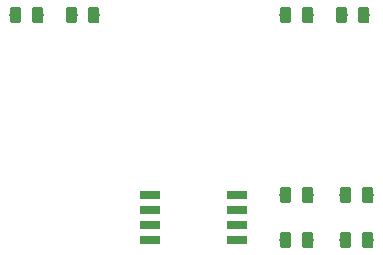
<source format=gbr>
G04 #@! TF.GenerationSoftware,KiCad,Pcbnew,(5.0.1-3-g963ef8bb5)*
G04 #@! TF.CreationDate,2019-02-13T22:27:56+01:00*
G04 #@! TF.ProjectId,main,6D61696E2E6B696361645F7063620000,rev?*
G04 #@! TF.SameCoordinates,Original*
G04 #@! TF.FileFunction,Paste,Top*
G04 #@! TF.FilePolarity,Positive*
%FSLAX46Y46*%
G04 Gerber Fmt 4.6, Leading zero omitted, Abs format (unit mm)*
G04 Created by KiCad (PCBNEW (5.0.1-3-g963ef8bb5)) date 2019 February 13, Wednesday 22:27:56*
%MOMM*%
%LPD*%
G01*
G04 APERTURE LIST*
%ADD10C,0.100000*%
%ADD11C,0.975000*%
%ADD12R,1.700000X0.650000*%
G04 APERTURE END LIST*
D10*
G04 #@! TO.C,D1*
G36*
X79612642Y-94551174D02*
X79636303Y-94554684D01*
X79659507Y-94560496D01*
X79682029Y-94568554D01*
X79703653Y-94578782D01*
X79724170Y-94591079D01*
X79743383Y-94605329D01*
X79761107Y-94621393D01*
X79777171Y-94639117D01*
X79791421Y-94658330D01*
X79803718Y-94678847D01*
X79813946Y-94700471D01*
X79822004Y-94722993D01*
X79827816Y-94746197D01*
X79831326Y-94769858D01*
X79832500Y-94793750D01*
X79832500Y-95706250D01*
X79831326Y-95730142D01*
X79827816Y-95753803D01*
X79822004Y-95777007D01*
X79813946Y-95799529D01*
X79803718Y-95821153D01*
X79791421Y-95841670D01*
X79777171Y-95860883D01*
X79761107Y-95878607D01*
X79743383Y-95894671D01*
X79724170Y-95908921D01*
X79703653Y-95921218D01*
X79682029Y-95931446D01*
X79659507Y-95939504D01*
X79636303Y-95945316D01*
X79612642Y-95948826D01*
X79588750Y-95950000D01*
X79101250Y-95950000D01*
X79077358Y-95948826D01*
X79053697Y-95945316D01*
X79030493Y-95939504D01*
X79007971Y-95931446D01*
X78986347Y-95921218D01*
X78965830Y-95908921D01*
X78946617Y-95894671D01*
X78928893Y-95878607D01*
X78912829Y-95860883D01*
X78898579Y-95841670D01*
X78886282Y-95821153D01*
X78876054Y-95799529D01*
X78867996Y-95777007D01*
X78862184Y-95753803D01*
X78858674Y-95730142D01*
X78857500Y-95706250D01*
X78857500Y-94793750D01*
X78858674Y-94769858D01*
X78862184Y-94746197D01*
X78867996Y-94722993D01*
X78876054Y-94700471D01*
X78886282Y-94678847D01*
X78898579Y-94658330D01*
X78912829Y-94639117D01*
X78928893Y-94621393D01*
X78946617Y-94605329D01*
X78965830Y-94591079D01*
X78986347Y-94578782D01*
X79007971Y-94568554D01*
X79030493Y-94560496D01*
X79053697Y-94554684D01*
X79077358Y-94551174D01*
X79101250Y-94550000D01*
X79588750Y-94550000D01*
X79612642Y-94551174D01*
X79612642Y-94551174D01*
G37*
D11*
X79345000Y-95250000D03*
D10*
G36*
X77737642Y-94551174D02*
X77761303Y-94554684D01*
X77784507Y-94560496D01*
X77807029Y-94568554D01*
X77828653Y-94578782D01*
X77849170Y-94591079D01*
X77868383Y-94605329D01*
X77886107Y-94621393D01*
X77902171Y-94639117D01*
X77916421Y-94658330D01*
X77928718Y-94678847D01*
X77938946Y-94700471D01*
X77947004Y-94722993D01*
X77952816Y-94746197D01*
X77956326Y-94769858D01*
X77957500Y-94793750D01*
X77957500Y-95706250D01*
X77956326Y-95730142D01*
X77952816Y-95753803D01*
X77947004Y-95777007D01*
X77938946Y-95799529D01*
X77928718Y-95821153D01*
X77916421Y-95841670D01*
X77902171Y-95860883D01*
X77886107Y-95878607D01*
X77868383Y-95894671D01*
X77849170Y-95908921D01*
X77828653Y-95921218D01*
X77807029Y-95931446D01*
X77784507Y-95939504D01*
X77761303Y-95945316D01*
X77737642Y-95948826D01*
X77713750Y-95950000D01*
X77226250Y-95950000D01*
X77202358Y-95948826D01*
X77178697Y-95945316D01*
X77155493Y-95939504D01*
X77132971Y-95931446D01*
X77111347Y-95921218D01*
X77090830Y-95908921D01*
X77071617Y-95894671D01*
X77053893Y-95878607D01*
X77037829Y-95860883D01*
X77023579Y-95841670D01*
X77011282Y-95821153D01*
X77001054Y-95799529D01*
X76992996Y-95777007D01*
X76987184Y-95753803D01*
X76983674Y-95730142D01*
X76982500Y-95706250D01*
X76982500Y-94793750D01*
X76983674Y-94769858D01*
X76987184Y-94746197D01*
X76992996Y-94722993D01*
X77001054Y-94700471D01*
X77011282Y-94678847D01*
X77023579Y-94658330D01*
X77037829Y-94639117D01*
X77053893Y-94621393D01*
X77071617Y-94605329D01*
X77090830Y-94591079D01*
X77111347Y-94578782D01*
X77132971Y-94568554D01*
X77155493Y-94560496D01*
X77178697Y-94554684D01*
X77202358Y-94551174D01*
X77226250Y-94550000D01*
X77713750Y-94550000D01*
X77737642Y-94551174D01*
X77737642Y-94551174D01*
G37*
D11*
X77470000Y-95250000D03*
G04 #@! TD*
D10*
G04 #@! TO.C,D2*
G36*
X95850142Y-94551174D02*
X95873803Y-94554684D01*
X95897007Y-94560496D01*
X95919529Y-94568554D01*
X95941153Y-94578782D01*
X95961670Y-94591079D01*
X95980883Y-94605329D01*
X95998607Y-94621393D01*
X96014671Y-94639117D01*
X96028921Y-94658330D01*
X96041218Y-94678847D01*
X96051446Y-94700471D01*
X96059504Y-94722993D01*
X96065316Y-94746197D01*
X96068826Y-94769858D01*
X96070000Y-94793750D01*
X96070000Y-95706250D01*
X96068826Y-95730142D01*
X96065316Y-95753803D01*
X96059504Y-95777007D01*
X96051446Y-95799529D01*
X96041218Y-95821153D01*
X96028921Y-95841670D01*
X96014671Y-95860883D01*
X95998607Y-95878607D01*
X95980883Y-95894671D01*
X95961670Y-95908921D01*
X95941153Y-95921218D01*
X95919529Y-95931446D01*
X95897007Y-95939504D01*
X95873803Y-95945316D01*
X95850142Y-95948826D01*
X95826250Y-95950000D01*
X95338750Y-95950000D01*
X95314858Y-95948826D01*
X95291197Y-95945316D01*
X95267993Y-95939504D01*
X95245471Y-95931446D01*
X95223847Y-95921218D01*
X95203330Y-95908921D01*
X95184117Y-95894671D01*
X95166393Y-95878607D01*
X95150329Y-95860883D01*
X95136079Y-95841670D01*
X95123782Y-95821153D01*
X95113554Y-95799529D01*
X95105496Y-95777007D01*
X95099684Y-95753803D01*
X95096174Y-95730142D01*
X95095000Y-95706250D01*
X95095000Y-94793750D01*
X95096174Y-94769858D01*
X95099684Y-94746197D01*
X95105496Y-94722993D01*
X95113554Y-94700471D01*
X95123782Y-94678847D01*
X95136079Y-94658330D01*
X95150329Y-94639117D01*
X95166393Y-94621393D01*
X95184117Y-94605329D01*
X95203330Y-94591079D01*
X95223847Y-94578782D01*
X95245471Y-94568554D01*
X95267993Y-94560496D01*
X95291197Y-94554684D01*
X95314858Y-94551174D01*
X95338750Y-94550000D01*
X95826250Y-94550000D01*
X95850142Y-94551174D01*
X95850142Y-94551174D01*
G37*
D11*
X95582500Y-95250000D03*
D10*
G36*
X97725142Y-94551174D02*
X97748803Y-94554684D01*
X97772007Y-94560496D01*
X97794529Y-94568554D01*
X97816153Y-94578782D01*
X97836670Y-94591079D01*
X97855883Y-94605329D01*
X97873607Y-94621393D01*
X97889671Y-94639117D01*
X97903921Y-94658330D01*
X97916218Y-94678847D01*
X97926446Y-94700471D01*
X97934504Y-94722993D01*
X97940316Y-94746197D01*
X97943826Y-94769858D01*
X97945000Y-94793750D01*
X97945000Y-95706250D01*
X97943826Y-95730142D01*
X97940316Y-95753803D01*
X97934504Y-95777007D01*
X97926446Y-95799529D01*
X97916218Y-95821153D01*
X97903921Y-95841670D01*
X97889671Y-95860883D01*
X97873607Y-95878607D01*
X97855883Y-95894671D01*
X97836670Y-95908921D01*
X97816153Y-95921218D01*
X97794529Y-95931446D01*
X97772007Y-95939504D01*
X97748803Y-95945316D01*
X97725142Y-95948826D01*
X97701250Y-95950000D01*
X97213750Y-95950000D01*
X97189858Y-95948826D01*
X97166197Y-95945316D01*
X97142993Y-95939504D01*
X97120471Y-95931446D01*
X97098847Y-95921218D01*
X97078330Y-95908921D01*
X97059117Y-95894671D01*
X97041393Y-95878607D01*
X97025329Y-95860883D01*
X97011079Y-95841670D01*
X96998782Y-95821153D01*
X96988554Y-95799529D01*
X96980496Y-95777007D01*
X96974684Y-95753803D01*
X96971174Y-95730142D01*
X96970000Y-95706250D01*
X96970000Y-94793750D01*
X96971174Y-94769858D01*
X96974684Y-94746197D01*
X96980496Y-94722993D01*
X96988554Y-94700471D01*
X96998782Y-94678847D01*
X97011079Y-94658330D01*
X97025329Y-94639117D01*
X97041393Y-94621393D01*
X97059117Y-94605329D01*
X97078330Y-94591079D01*
X97098847Y-94578782D01*
X97120471Y-94568554D01*
X97142993Y-94560496D01*
X97166197Y-94554684D01*
X97189858Y-94551174D01*
X97213750Y-94550000D01*
X97701250Y-94550000D01*
X97725142Y-94551174D01*
X97725142Y-94551174D01*
G37*
D11*
X97457500Y-95250000D03*
G04 #@! TD*
D10*
G04 #@! TO.C,D3*
G36*
X100930142Y-113601174D02*
X100953803Y-113604684D01*
X100977007Y-113610496D01*
X100999529Y-113618554D01*
X101021153Y-113628782D01*
X101041670Y-113641079D01*
X101060883Y-113655329D01*
X101078607Y-113671393D01*
X101094671Y-113689117D01*
X101108921Y-113708330D01*
X101121218Y-113728847D01*
X101131446Y-113750471D01*
X101139504Y-113772993D01*
X101145316Y-113796197D01*
X101148826Y-113819858D01*
X101150000Y-113843750D01*
X101150000Y-114756250D01*
X101148826Y-114780142D01*
X101145316Y-114803803D01*
X101139504Y-114827007D01*
X101131446Y-114849529D01*
X101121218Y-114871153D01*
X101108921Y-114891670D01*
X101094671Y-114910883D01*
X101078607Y-114928607D01*
X101060883Y-114944671D01*
X101041670Y-114958921D01*
X101021153Y-114971218D01*
X100999529Y-114981446D01*
X100977007Y-114989504D01*
X100953803Y-114995316D01*
X100930142Y-114998826D01*
X100906250Y-115000000D01*
X100418750Y-115000000D01*
X100394858Y-114998826D01*
X100371197Y-114995316D01*
X100347993Y-114989504D01*
X100325471Y-114981446D01*
X100303847Y-114971218D01*
X100283330Y-114958921D01*
X100264117Y-114944671D01*
X100246393Y-114928607D01*
X100230329Y-114910883D01*
X100216079Y-114891670D01*
X100203782Y-114871153D01*
X100193554Y-114849529D01*
X100185496Y-114827007D01*
X100179684Y-114803803D01*
X100176174Y-114780142D01*
X100175000Y-114756250D01*
X100175000Y-113843750D01*
X100176174Y-113819858D01*
X100179684Y-113796197D01*
X100185496Y-113772993D01*
X100193554Y-113750471D01*
X100203782Y-113728847D01*
X100216079Y-113708330D01*
X100230329Y-113689117D01*
X100246393Y-113671393D01*
X100264117Y-113655329D01*
X100283330Y-113641079D01*
X100303847Y-113628782D01*
X100325471Y-113618554D01*
X100347993Y-113610496D01*
X100371197Y-113604684D01*
X100394858Y-113601174D01*
X100418750Y-113600000D01*
X100906250Y-113600000D01*
X100930142Y-113601174D01*
X100930142Y-113601174D01*
G37*
D11*
X100662500Y-114300000D03*
D10*
G36*
X102805142Y-113601174D02*
X102828803Y-113604684D01*
X102852007Y-113610496D01*
X102874529Y-113618554D01*
X102896153Y-113628782D01*
X102916670Y-113641079D01*
X102935883Y-113655329D01*
X102953607Y-113671393D01*
X102969671Y-113689117D01*
X102983921Y-113708330D01*
X102996218Y-113728847D01*
X103006446Y-113750471D01*
X103014504Y-113772993D01*
X103020316Y-113796197D01*
X103023826Y-113819858D01*
X103025000Y-113843750D01*
X103025000Y-114756250D01*
X103023826Y-114780142D01*
X103020316Y-114803803D01*
X103014504Y-114827007D01*
X103006446Y-114849529D01*
X102996218Y-114871153D01*
X102983921Y-114891670D01*
X102969671Y-114910883D01*
X102953607Y-114928607D01*
X102935883Y-114944671D01*
X102916670Y-114958921D01*
X102896153Y-114971218D01*
X102874529Y-114981446D01*
X102852007Y-114989504D01*
X102828803Y-114995316D01*
X102805142Y-114998826D01*
X102781250Y-115000000D01*
X102293750Y-115000000D01*
X102269858Y-114998826D01*
X102246197Y-114995316D01*
X102222993Y-114989504D01*
X102200471Y-114981446D01*
X102178847Y-114971218D01*
X102158330Y-114958921D01*
X102139117Y-114944671D01*
X102121393Y-114928607D01*
X102105329Y-114910883D01*
X102091079Y-114891670D01*
X102078782Y-114871153D01*
X102068554Y-114849529D01*
X102060496Y-114827007D01*
X102054684Y-114803803D01*
X102051174Y-114780142D01*
X102050000Y-114756250D01*
X102050000Y-113843750D01*
X102051174Y-113819858D01*
X102054684Y-113796197D01*
X102060496Y-113772993D01*
X102068554Y-113750471D01*
X102078782Y-113728847D01*
X102091079Y-113708330D01*
X102105329Y-113689117D01*
X102121393Y-113671393D01*
X102139117Y-113655329D01*
X102158330Y-113641079D01*
X102178847Y-113628782D01*
X102200471Y-113618554D01*
X102222993Y-113610496D01*
X102246197Y-113604684D01*
X102269858Y-113601174D01*
X102293750Y-113600000D01*
X102781250Y-113600000D01*
X102805142Y-113601174D01*
X102805142Y-113601174D01*
G37*
D11*
X102537500Y-114300000D03*
G04 #@! TD*
D10*
G04 #@! TO.C,R1*
G36*
X74865142Y-94551174D02*
X74888803Y-94554684D01*
X74912007Y-94560496D01*
X74934529Y-94568554D01*
X74956153Y-94578782D01*
X74976670Y-94591079D01*
X74995883Y-94605329D01*
X75013607Y-94621393D01*
X75029671Y-94639117D01*
X75043921Y-94658330D01*
X75056218Y-94678847D01*
X75066446Y-94700471D01*
X75074504Y-94722993D01*
X75080316Y-94746197D01*
X75083826Y-94769858D01*
X75085000Y-94793750D01*
X75085000Y-95706250D01*
X75083826Y-95730142D01*
X75080316Y-95753803D01*
X75074504Y-95777007D01*
X75066446Y-95799529D01*
X75056218Y-95821153D01*
X75043921Y-95841670D01*
X75029671Y-95860883D01*
X75013607Y-95878607D01*
X74995883Y-95894671D01*
X74976670Y-95908921D01*
X74956153Y-95921218D01*
X74934529Y-95931446D01*
X74912007Y-95939504D01*
X74888803Y-95945316D01*
X74865142Y-95948826D01*
X74841250Y-95950000D01*
X74353750Y-95950000D01*
X74329858Y-95948826D01*
X74306197Y-95945316D01*
X74282993Y-95939504D01*
X74260471Y-95931446D01*
X74238847Y-95921218D01*
X74218330Y-95908921D01*
X74199117Y-95894671D01*
X74181393Y-95878607D01*
X74165329Y-95860883D01*
X74151079Y-95841670D01*
X74138782Y-95821153D01*
X74128554Y-95799529D01*
X74120496Y-95777007D01*
X74114684Y-95753803D01*
X74111174Y-95730142D01*
X74110000Y-95706250D01*
X74110000Y-94793750D01*
X74111174Y-94769858D01*
X74114684Y-94746197D01*
X74120496Y-94722993D01*
X74128554Y-94700471D01*
X74138782Y-94678847D01*
X74151079Y-94658330D01*
X74165329Y-94639117D01*
X74181393Y-94621393D01*
X74199117Y-94605329D01*
X74218330Y-94591079D01*
X74238847Y-94578782D01*
X74260471Y-94568554D01*
X74282993Y-94560496D01*
X74306197Y-94554684D01*
X74329858Y-94551174D01*
X74353750Y-94550000D01*
X74841250Y-94550000D01*
X74865142Y-94551174D01*
X74865142Y-94551174D01*
G37*
D11*
X74597500Y-95250000D03*
D10*
G36*
X72990142Y-94551174D02*
X73013803Y-94554684D01*
X73037007Y-94560496D01*
X73059529Y-94568554D01*
X73081153Y-94578782D01*
X73101670Y-94591079D01*
X73120883Y-94605329D01*
X73138607Y-94621393D01*
X73154671Y-94639117D01*
X73168921Y-94658330D01*
X73181218Y-94678847D01*
X73191446Y-94700471D01*
X73199504Y-94722993D01*
X73205316Y-94746197D01*
X73208826Y-94769858D01*
X73210000Y-94793750D01*
X73210000Y-95706250D01*
X73208826Y-95730142D01*
X73205316Y-95753803D01*
X73199504Y-95777007D01*
X73191446Y-95799529D01*
X73181218Y-95821153D01*
X73168921Y-95841670D01*
X73154671Y-95860883D01*
X73138607Y-95878607D01*
X73120883Y-95894671D01*
X73101670Y-95908921D01*
X73081153Y-95921218D01*
X73059529Y-95931446D01*
X73037007Y-95939504D01*
X73013803Y-95945316D01*
X72990142Y-95948826D01*
X72966250Y-95950000D01*
X72478750Y-95950000D01*
X72454858Y-95948826D01*
X72431197Y-95945316D01*
X72407993Y-95939504D01*
X72385471Y-95931446D01*
X72363847Y-95921218D01*
X72343330Y-95908921D01*
X72324117Y-95894671D01*
X72306393Y-95878607D01*
X72290329Y-95860883D01*
X72276079Y-95841670D01*
X72263782Y-95821153D01*
X72253554Y-95799529D01*
X72245496Y-95777007D01*
X72239684Y-95753803D01*
X72236174Y-95730142D01*
X72235000Y-95706250D01*
X72235000Y-94793750D01*
X72236174Y-94769858D01*
X72239684Y-94746197D01*
X72245496Y-94722993D01*
X72253554Y-94700471D01*
X72263782Y-94678847D01*
X72276079Y-94658330D01*
X72290329Y-94639117D01*
X72306393Y-94621393D01*
X72324117Y-94605329D01*
X72343330Y-94591079D01*
X72363847Y-94578782D01*
X72385471Y-94568554D01*
X72407993Y-94560496D01*
X72431197Y-94554684D01*
X72454858Y-94551174D01*
X72478750Y-94550000D01*
X72966250Y-94550000D01*
X72990142Y-94551174D01*
X72990142Y-94551174D01*
G37*
D11*
X72722500Y-95250000D03*
G04 #@! TD*
D10*
G04 #@! TO.C,R2*
G36*
X100598142Y-94551174D02*
X100621803Y-94554684D01*
X100645007Y-94560496D01*
X100667529Y-94568554D01*
X100689153Y-94578782D01*
X100709670Y-94591079D01*
X100728883Y-94605329D01*
X100746607Y-94621393D01*
X100762671Y-94639117D01*
X100776921Y-94658330D01*
X100789218Y-94678847D01*
X100799446Y-94700471D01*
X100807504Y-94722993D01*
X100813316Y-94746197D01*
X100816826Y-94769858D01*
X100818000Y-94793750D01*
X100818000Y-95706250D01*
X100816826Y-95730142D01*
X100813316Y-95753803D01*
X100807504Y-95777007D01*
X100799446Y-95799529D01*
X100789218Y-95821153D01*
X100776921Y-95841670D01*
X100762671Y-95860883D01*
X100746607Y-95878607D01*
X100728883Y-95894671D01*
X100709670Y-95908921D01*
X100689153Y-95921218D01*
X100667529Y-95931446D01*
X100645007Y-95939504D01*
X100621803Y-95945316D01*
X100598142Y-95948826D01*
X100574250Y-95950000D01*
X100086750Y-95950000D01*
X100062858Y-95948826D01*
X100039197Y-95945316D01*
X100015993Y-95939504D01*
X99993471Y-95931446D01*
X99971847Y-95921218D01*
X99951330Y-95908921D01*
X99932117Y-95894671D01*
X99914393Y-95878607D01*
X99898329Y-95860883D01*
X99884079Y-95841670D01*
X99871782Y-95821153D01*
X99861554Y-95799529D01*
X99853496Y-95777007D01*
X99847684Y-95753803D01*
X99844174Y-95730142D01*
X99843000Y-95706250D01*
X99843000Y-94793750D01*
X99844174Y-94769858D01*
X99847684Y-94746197D01*
X99853496Y-94722993D01*
X99861554Y-94700471D01*
X99871782Y-94678847D01*
X99884079Y-94658330D01*
X99898329Y-94639117D01*
X99914393Y-94621393D01*
X99932117Y-94605329D01*
X99951330Y-94591079D01*
X99971847Y-94578782D01*
X99993471Y-94568554D01*
X100015993Y-94560496D01*
X100039197Y-94554684D01*
X100062858Y-94551174D01*
X100086750Y-94550000D01*
X100574250Y-94550000D01*
X100598142Y-94551174D01*
X100598142Y-94551174D01*
G37*
D11*
X100330500Y-95250000D03*
D10*
G36*
X102473142Y-94551174D02*
X102496803Y-94554684D01*
X102520007Y-94560496D01*
X102542529Y-94568554D01*
X102564153Y-94578782D01*
X102584670Y-94591079D01*
X102603883Y-94605329D01*
X102621607Y-94621393D01*
X102637671Y-94639117D01*
X102651921Y-94658330D01*
X102664218Y-94678847D01*
X102674446Y-94700471D01*
X102682504Y-94722993D01*
X102688316Y-94746197D01*
X102691826Y-94769858D01*
X102693000Y-94793750D01*
X102693000Y-95706250D01*
X102691826Y-95730142D01*
X102688316Y-95753803D01*
X102682504Y-95777007D01*
X102674446Y-95799529D01*
X102664218Y-95821153D01*
X102651921Y-95841670D01*
X102637671Y-95860883D01*
X102621607Y-95878607D01*
X102603883Y-95894671D01*
X102584670Y-95908921D01*
X102564153Y-95921218D01*
X102542529Y-95931446D01*
X102520007Y-95939504D01*
X102496803Y-95945316D01*
X102473142Y-95948826D01*
X102449250Y-95950000D01*
X101961750Y-95950000D01*
X101937858Y-95948826D01*
X101914197Y-95945316D01*
X101890993Y-95939504D01*
X101868471Y-95931446D01*
X101846847Y-95921218D01*
X101826330Y-95908921D01*
X101807117Y-95894671D01*
X101789393Y-95878607D01*
X101773329Y-95860883D01*
X101759079Y-95841670D01*
X101746782Y-95821153D01*
X101736554Y-95799529D01*
X101728496Y-95777007D01*
X101722684Y-95753803D01*
X101719174Y-95730142D01*
X101718000Y-95706250D01*
X101718000Y-94793750D01*
X101719174Y-94769858D01*
X101722684Y-94746197D01*
X101728496Y-94722993D01*
X101736554Y-94700471D01*
X101746782Y-94678847D01*
X101759079Y-94658330D01*
X101773329Y-94639117D01*
X101789393Y-94621393D01*
X101807117Y-94605329D01*
X101826330Y-94591079D01*
X101846847Y-94578782D01*
X101868471Y-94568554D01*
X101890993Y-94560496D01*
X101914197Y-94554684D01*
X101937858Y-94551174D01*
X101961750Y-94550000D01*
X102449250Y-94550000D01*
X102473142Y-94551174D01*
X102473142Y-94551174D01*
G37*
D11*
X102205500Y-95250000D03*
G04 #@! TD*
D10*
G04 #@! TO.C,R3*
G36*
X95850142Y-113601174D02*
X95873803Y-113604684D01*
X95897007Y-113610496D01*
X95919529Y-113618554D01*
X95941153Y-113628782D01*
X95961670Y-113641079D01*
X95980883Y-113655329D01*
X95998607Y-113671393D01*
X96014671Y-113689117D01*
X96028921Y-113708330D01*
X96041218Y-113728847D01*
X96051446Y-113750471D01*
X96059504Y-113772993D01*
X96065316Y-113796197D01*
X96068826Y-113819858D01*
X96070000Y-113843750D01*
X96070000Y-114756250D01*
X96068826Y-114780142D01*
X96065316Y-114803803D01*
X96059504Y-114827007D01*
X96051446Y-114849529D01*
X96041218Y-114871153D01*
X96028921Y-114891670D01*
X96014671Y-114910883D01*
X95998607Y-114928607D01*
X95980883Y-114944671D01*
X95961670Y-114958921D01*
X95941153Y-114971218D01*
X95919529Y-114981446D01*
X95897007Y-114989504D01*
X95873803Y-114995316D01*
X95850142Y-114998826D01*
X95826250Y-115000000D01*
X95338750Y-115000000D01*
X95314858Y-114998826D01*
X95291197Y-114995316D01*
X95267993Y-114989504D01*
X95245471Y-114981446D01*
X95223847Y-114971218D01*
X95203330Y-114958921D01*
X95184117Y-114944671D01*
X95166393Y-114928607D01*
X95150329Y-114910883D01*
X95136079Y-114891670D01*
X95123782Y-114871153D01*
X95113554Y-114849529D01*
X95105496Y-114827007D01*
X95099684Y-114803803D01*
X95096174Y-114780142D01*
X95095000Y-114756250D01*
X95095000Y-113843750D01*
X95096174Y-113819858D01*
X95099684Y-113796197D01*
X95105496Y-113772993D01*
X95113554Y-113750471D01*
X95123782Y-113728847D01*
X95136079Y-113708330D01*
X95150329Y-113689117D01*
X95166393Y-113671393D01*
X95184117Y-113655329D01*
X95203330Y-113641079D01*
X95223847Y-113628782D01*
X95245471Y-113618554D01*
X95267993Y-113610496D01*
X95291197Y-113604684D01*
X95314858Y-113601174D01*
X95338750Y-113600000D01*
X95826250Y-113600000D01*
X95850142Y-113601174D01*
X95850142Y-113601174D01*
G37*
D11*
X95582500Y-114300000D03*
D10*
G36*
X97725142Y-113601174D02*
X97748803Y-113604684D01*
X97772007Y-113610496D01*
X97794529Y-113618554D01*
X97816153Y-113628782D01*
X97836670Y-113641079D01*
X97855883Y-113655329D01*
X97873607Y-113671393D01*
X97889671Y-113689117D01*
X97903921Y-113708330D01*
X97916218Y-113728847D01*
X97926446Y-113750471D01*
X97934504Y-113772993D01*
X97940316Y-113796197D01*
X97943826Y-113819858D01*
X97945000Y-113843750D01*
X97945000Y-114756250D01*
X97943826Y-114780142D01*
X97940316Y-114803803D01*
X97934504Y-114827007D01*
X97926446Y-114849529D01*
X97916218Y-114871153D01*
X97903921Y-114891670D01*
X97889671Y-114910883D01*
X97873607Y-114928607D01*
X97855883Y-114944671D01*
X97836670Y-114958921D01*
X97816153Y-114971218D01*
X97794529Y-114981446D01*
X97772007Y-114989504D01*
X97748803Y-114995316D01*
X97725142Y-114998826D01*
X97701250Y-115000000D01*
X97213750Y-115000000D01*
X97189858Y-114998826D01*
X97166197Y-114995316D01*
X97142993Y-114989504D01*
X97120471Y-114981446D01*
X97098847Y-114971218D01*
X97078330Y-114958921D01*
X97059117Y-114944671D01*
X97041393Y-114928607D01*
X97025329Y-114910883D01*
X97011079Y-114891670D01*
X96998782Y-114871153D01*
X96988554Y-114849529D01*
X96980496Y-114827007D01*
X96974684Y-114803803D01*
X96971174Y-114780142D01*
X96970000Y-114756250D01*
X96970000Y-113843750D01*
X96971174Y-113819858D01*
X96974684Y-113796197D01*
X96980496Y-113772993D01*
X96988554Y-113750471D01*
X96998782Y-113728847D01*
X97011079Y-113708330D01*
X97025329Y-113689117D01*
X97041393Y-113671393D01*
X97059117Y-113655329D01*
X97078330Y-113641079D01*
X97098847Y-113628782D01*
X97120471Y-113618554D01*
X97142993Y-113610496D01*
X97166197Y-113604684D01*
X97189858Y-113601174D01*
X97213750Y-113600000D01*
X97701250Y-113600000D01*
X97725142Y-113601174D01*
X97725142Y-113601174D01*
G37*
D11*
X97457500Y-114300000D03*
G04 #@! TD*
D10*
G04 #@! TO.C,R4*
G36*
X95850142Y-109791174D02*
X95873803Y-109794684D01*
X95897007Y-109800496D01*
X95919529Y-109808554D01*
X95941153Y-109818782D01*
X95961670Y-109831079D01*
X95980883Y-109845329D01*
X95998607Y-109861393D01*
X96014671Y-109879117D01*
X96028921Y-109898330D01*
X96041218Y-109918847D01*
X96051446Y-109940471D01*
X96059504Y-109962993D01*
X96065316Y-109986197D01*
X96068826Y-110009858D01*
X96070000Y-110033750D01*
X96070000Y-110946250D01*
X96068826Y-110970142D01*
X96065316Y-110993803D01*
X96059504Y-111017007D01*
X96051446Y-111039529D01*
X96041218Y-111061153D01*
X96028921Y-111081670D01*
X96014671Y-111100883D01*
X95998607Y-111118607D01*
X95980883Y-111134671D01*
X95961670Y-111148921D01*
X95941153Y-111161218D01*
X95919529Y-111171446D01*
X95897007Y-111179504D01*
X95873803Y-111185316D01*
X95850142Y-111188826D01*
X95826250Y-111190000D01*
X95338750Y-111190000D01*
X95314858Y-111188826D01*
X95291197Y-111185316D01*
X95267993Y-111179504D01*
X95245471Y-111171446D01*
X95223847Y-111161218D01*
X95203330Y-111148921D01*
X95184117Y-111134671D01*
X95166393Y-111118607D01*
X95150329Y-111100883D01*
X95136079Y-111081670D01*
X95123782Y-111061153D01*
X95113554Y-111039529D01*
X95105496Y-111017007D01*
X95099684Y-110993803D01*
X95096174Y-110970142D01*
X95095000Y-110946250D01*
X95095000Y-110033750D01*
X95096174Y-110009858D01*
X95099684Y-109986197D01*
X95105496Y-109962993D01*
X95113554Y-109940471D01*
X95123782Y-109918847D01*
X95136079Y-109898330D01*
X95150329Y-109879117D01*
X95166393Y-109861393D01*
X95184117Y-109845329D01*
X95203330Y-109831079D01*
X95223847Y-109818782D01*
X95245471Y-109808554D01*
X95267993Y-109800496D01*
X95291197Y-109794684D01*
X95314858Y-109791174D01*
X95338750Y-109790000D01*
X95826250Y-109790000D01*
X95850142Y-109791174D01*
X95850142Y-109791174D01*
G37*
D11*
X95582500Y-110490000D03*
D10*
G36*
X97725142Y-109791174D02*
X97748803Y-109794684D01*
X97772007Y-109800496D01*
X97794529Y-109808554D01*
X97816153Y-109818782D01*
X97836670Y-109831079D01*
X97855883Y-109845329D01*
X97873607Y-109861393D01*
X97889671Y-109879117D01*
X97903921Y-109898330D01*
X97916218Y-109918847D01*
X97926446Y-109940471D01*
X97934504Y-109962993D01*
X97940316Y-109986197D01*
X97943826Y-110009858D01*
X97945000Y-110033750D01*
X97945000Y-110946250D01*
X97943826Y-110970142D01*
X97940316Y-110993803D01*
X97934504Y-111017007D01*
X97926446Y-111039529D01*
X97916218Y-111061153D01*
X97903921Y-111081670D01*
X97889671Y-111100883D01*
X97873607Y-111118607D01*
X97855883Y-111134671D01*
X97836670Y-111148921D01*
X97816153Y-111161218D01*
X97794529Y-111171446D01*
X97772007Y-111179504D01*
X97748803Y-111185316D01*
X97725142Y-111188826D01*
X97701250Y-111190000D01*
X97213750Y-111190000D01*
X97189858Y-111188826D01*
X97166197Y-111185316D01*
X97142993Y-111179504D01*
X97120471Y-111171446D01*
X97098847Y-111161218D01*
X97078330Y-111148921D01*
X97059117Y-111134671D01*
X97041393Y-111118607D01*
X97025329Y-111100883D01*
X97011079Y-111081670D01*
X96998782Y-111061153D01*
X96988554Y-111039529D01*
X96980496Y-111017007D01*
X96974684Y-110993803D01*
X96971174Y-110970142D01*
X96970000Y-110946250D01*
X96970000Y-110033750D01*
X96971174Y-110009858D01*
X96974684Y-109986197D01*
X96980496Y-109962993D01*
X96988554Y-109940471D01*
X96998782Y-109918847D01*
X97011079Y-109898330D01*
X97025329Y-109879117D01*
X97041393Y-109861393D01*
X97059117Y-109845329D01*
X97078330Y-109831079D01*
X97098847Y-109818782D01*
X97120471Y-109808554D01*
X97142993Y-109800496D01*
X97166197Y-109794684D01*
X97189858Y-109791174D01*
X97213750Y-109790000D01*
X97701250Y-109790000D01*
X97725142Y-109791174D01*
X97725142Y-109791174D01*
G37*
D11*
X97457500Y-110490000D03*
G04 #@! TD*
D10*
G04 #@! TO.C,R5*
G36*
X102805142Y-109791174D02*
X102828803Y-109794684D01*
X102852007Y-109800496D01*
X102874529Y-109808554D01*
X102896153Y-109818782D01*
X102916670Y-109831079D01*
X102935883Y-109845329D01*
X102953607Y-109861393D01*
X102969671Y-109879117D01*
X102983921Y-109898330D01*
X102996218Y-109918847D01*
X103006446Y-109940471D01*
X103014504Y-109962993D01*
X103020316Y-109986197D01*
X103023826Y-110009858D01*
X103025000Y-110033750D01*
X103025000Y-110946250D01*
X103023826Y-110970142D01*
X103020316Y-110993803D01*
X103014504Y-111017007D01*
X103006446Y-111039529D01*
X102996218Y-111061153D01*
X102983921Y-111081670D01*
X102969671Y-111100883D01*
X102953607Y-111118607D01*
X102935883Y-111134671D01*
X102916670Y-111148921D01*
X102896153Y-111161218D01*
X102874529Y-111171446D01*
X102852007Y-111179504D01*
X102828803Y-111185316D01*
X102805142Y-111188826D01*
X102781250Y-111190000D01*
X102293750Y-111190000D01*
X102269858Y-111188826D01*
X102246197Y-111185316D01*
X102222993Y-111179504D01*
X102200471Y-111171446D01*
X102178847Y-111161218D01*
X102158330Y-111148921D01*
X102139117Y-111134671D01*
X102121393Y-111118607D01*
X102105329Y-111100883D01*
X102091079Y-111081670D01*
X102078782Y-111061153D01*
X102068554Y-111039529D01*
X102060496Y-111017007D01*
X102054684Y-110993803D01*
X102051174Y-110970142D01*
X102050000Y-110946250D01*
X102050000Y-110033750D01*
X102051174Y-110009858D01*
X102054684Y-109986197D01*
X102060496Y-109962993D01*
X102068554Y-109940471D01*
X102078782Y-109918847D01*
X102091079Y-109898330D01*
X102105329Y-109879117D01*
X102121393Y-109861393D01*
X102139117Y-109845329D01*
X102158330Y-109831079D01*
X102178847Y-109818782D01*
X102200471Y-109808554D01*
X102222993Y-109800496D01*
X102246197Y-109794684D01*
X102269858Y-109791174D01*
X102293750Y-109790000D01*
X102781250Y-109790000D01*
X102805142Y-109791174D01*
X102805142Y-109791174D01*
G37*
D11*
X102537500Y-110490000D03*
D10*
G36*
X100930142Y-109791174D02*
X100953803Y-109794684D01*
X100977007Y-109800496D01*
X100999529Y-109808554D01*
X101021153Y-109818782D01*
X101041670Y-109831079D01*
X101060883Y-109845329D01*
X101078607Y-109861393D01*
X101094671Y-109879117D01*
X101108921Y-109898330D01*
X101121218Y-109918847D01*
X101131446Y-109940471D01*
X101139504Y-109962993D01*
X101145316Y-109986197D01*
X101148826Y-110009858D01*
X101150000Y-110033750D01*
X101150000Y-110946250D01*
X101148826Y-110970142D01*
X101145316Y-110993803D01*
X101139504Y-111017007D01*
X101131446Y-111039529D01*
X101121218Y-111061153D01*
X101108921Y-111081670D01*
X101094671Y-111100883D01*
X101078607Y-111118607D01*
X101060883Y-111134671D01*
X101041670Y-111148921D01*
X101021153Y-111161218D01*
X100999529Y-111171446D01*
X100977007Y-111179504D01*
X100953803Y-111185316D01*
X100930142Y-111188826D01*
X100906250Y-111190000D01*
X100418750Y-111190000D01*
X100394858Y-111188826D01*
X100371197Y-111185316D01*
X100347993Y-111179504D01*
X100325471Y-111171446D01*
X100303847Y-111161218D01*
X100283330Y-111148921D01*
X100264117Y-111134671D01*
X100246393Y-111118607D01*
X100230329Y-111100883D01*
X100216079Y-111081670D01*
X100203782Y-111061153D01*
X100193554Y-111039529D01*
X100185496Y-111017007D01*
X100179684Y-110993803D01*
X100176174Y-110970142D01*
X100175000Y-110946250D01*
X100175000Y-110033750D01*
X100176174Y-110009858D01*
X100179684Y-109986197D01*
X100185496Y-109962993D01*
X100193554Y-109940471D01*
X100203782Y-109918847D01*
X100216079Y-109898330D01*
X100230329Y-109879117D01*
X100246393Y-109861393D01*
X100264117Y-109845329D01*
X100283330Y-109831079D01*
X100303847Y-109818782D01*
X100325471Y-109808554D01*
X100347993Y-109800496D01*
X100371197Y-109794684D01*
X100394858Y-109791174D01*
X100418750Y-109790000D01*
X100906250Y-109790000D01*
X100930142Y-109791174D01*
X100930142Y-109791174D01*
G37*
D11*
X100662500Y-110490000D03*
G04 #@! TD*
D12*
G04 #@! TO.C,U1*
X84140000Y-110490000D03*
X84140000Y-111760000D03*
X84140000Y-113030000D03*
X84140000Y-114300000D03*
X91440000Y-114300000D03*
X91440000Y-113030000D03*
X91440000Y-111760000D03*
X91440000Y-110490000D03*
G04 #@! TD*
M02*

</source>
